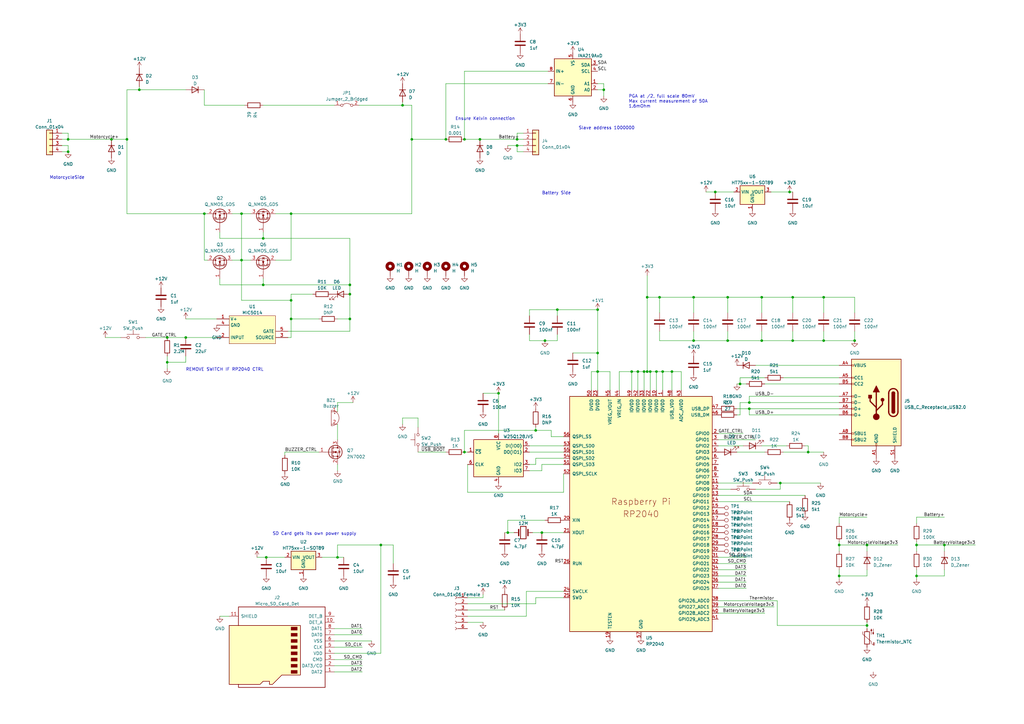
<source format=kicad_sch>
(kicad_sch (version 20220126) (generator eeschema)
  (paper "A3")
  (junction (at 331.47 185.42))
  (junction (at 312.42 121.92))
  (junction (at 323.85 78.74))
  (junction (at 143.51 120.65))
  (junction (at 109.22 228.6))
  (junction (at 119.38 130.81))
  (junction (at 99.06 87.63))
  (junction (at 219.71 176.53))
  (junction (at 223.52 139.7))
  (junction (at 52.07 57.15))
  (junction (at 182.88 57.15))
  (junction (at 387.35 223.52))
  (junction (at 270.51 121.92))
  (junction (at 375.92 236.22))
  (junction (at 298.45 139.7))
  (junction (at 344.17 236.22))
  (junction (at 208.28 218.44))
  (junction (at 320.04 198.12))
  (junction (at 196.85 57.15))
  (junction (at 261.62 152.4))
  (junction (at 312.42 139.7))
  (junction (at 119.38 123.19))
  (junction (at 190.5 185.42))
  (junction (at 293.37 78.74))
  (junction (at 68.58 138.43))
  (junction (at 265.43 121.92))
  (junction (at 350.52 139.7))
  (junction (at 325.12 121.92))
  (junction (at 212.09 59.69))
  (junction (at 119.38 87.63))
  (junction (at 245.11 127))
  (junction (at 143.51 116.84))
  (junction (at 168.91 57.15))
  (junction (at 138.43 228.6))
  (junction (at 284.48 121.92))
  (junction (at 245.11 144.78))
  (junction (at 156.21 223.52))
  (junction (at 269.24 152.4))
  (junction (at 222.25 218.44))
  (junction (at 337.82 121.92))
  (junction (at 99.06 106.68))
  (junction (at 355.6 256.54))
  (junction (at 27.94 57.15))
  (junction (at 264.16 152.4))
  (junction (at 355.6 223.52))
  (junction (at 45.72 57.15))
  (junction (at 83.82 87.63))
  (junction (at 76.2 138.43))
  (junction (at 325.12 139.7))
  (junction (at 57.15 36.83))
  (junction (at 344.17 223.52))
  (junction (at 212.09 57.15))
  (junction (at 204.47 161.29))
  (junction (at 165.1 43.18))
  (junction (at 245.11 152.4))
  (junction (at 337.82 139.7))
  (junction (at 190.5 57.15))
  (junction (at 107.95 116.84))
  (junction (at 307.34 167.64))
  (junction (at 275.59 152.4))
  (junction (at 27.94 62.23))
  (junction (at 284.48 139.7))
  (junction (at 228.6 127))
  (junction (at 259.08 152.4))
  (junction (at 247.65 36.83))
  (junction (at 375.92 223.52))
  (junction (at 143.51 130.81))
  (junction (at 266.7 152.4))
  (junction (at 265.43 152.4))
  (junction (at 68.58 148.59))
  (junction (at 303.53 157.48))
  (junction (at 107.95 97.79))
  (junction (at 298.45 121.92))
  (junction (at 307.34 165.1))
  (junction (at 271.78 152.4))
  (wire (pts (xy 132.08 228.6) (xy 138.43 228.6)))
  (wire (pts (xy 137.16 260.35) (xy 148.59 260.35)))
  (wire (pts (xy 191.77 201.93) (xy 191.77 190.5)))
  (wire (pts (xy 318.77 256.54) (xy 355.6 256.54)))
  (wire (pts (xy 245.11 36.83) (xy 247.65 36.83)))
  (wire (pts (xy 222.25 190.5) (xy 222.25 193.04)))
  (wire (pts (xy 303.53 154.94) (xy 303.53 157.48)))
  (wire (pts (xy 254 160.02) (xy 254 152.4)))
  (wire (pts (xy 242.57 152.4) (xy 242.57 160.02)))
  (wire (pts (xy 83.82 87.63) (xy 85.09 87.63)))
  (wire (pts (xy 208.28 213.36) (xy 208.28 218.44)))
  (wire (pts (xy 119.38 120.65) (xy 119.38 123.19)))
  (wire (pts (xy 294.64 251.46) (xy 313.69 251.46)))
  (wire (pts (xy 355.6 256.54) (xy 355.6 257.81)))
  (wire (pts (xy 137.16 273.05) (xy 148.59 273.05)))
  (wire (pts (xy 250.19 160.02) (xy 250.19 152.4)))
  (wire (pts (xy 208.28 213.36) (xy 223.52 213.36)))
  (wire (pts (xy 138.43 190.5) (xy 138.43 193.04)))
  (wire (pts (xy 323.85 78.74) (xy 325.12 78.74)))
  (wire (pts (xy 214.63 57.15) (xy 212.09 57.15)))
  (wire (pts (xy 302.26 167.64) (xy 307.34 167.64)))
  (wire (pts (xy 52.07 36.83) (xy 52.07 57.15)))
  (wire (pts (xy 303.53 157.48) (xy 306.07 157.48)))
  (wire (pts (xy 320.04 198.12) (xy 318.77 198.12)))
  (wire (pts (xy 217.17 129.54) (xy 217.17 127)))
  (wire (pts (xy 224.79 29.21) (xy 190.5 29.21)))
  (wire (pts (xy 325.12 139.7) (xy 312.42 139.7)))
  (wire (pts (xy 143.51 135.89) (xy 143.51 130.81)))
  (wire (pts (xy 156.21 223.52) (xy 161.29 223.52)))
  (wire (pts (xy 344.17 222.25) (xy 344.17 223.52)))
  (wire (pts (xy 212.09 59.69) (xy 208.28 59.69)))
  (wire (pts (xy 318.77 246.38) (xy 318.77 256.54)))
  (wire (pts (xy 137.16 257.81) (xy 148.59 257.81)))
  (wire (pts (xy 312.42 135.89) (xy 312.42 139.7)))
  (wire (pts (xy 138.43 165.1) (xy 144.78 165.1)))
  (wire (pts (xy 387.35 223.52) (xy 387.35 226.06)))
  (wire (pts (xy 259.08 152.4) (xy 259.08 160.02)))
  (wire (pts (xy 284.48 135.89) (xy 284.48 139.7)))
  (wire (pts (xy 231.14 201.93) (xy 191.77 201.93)))
  (wire (pts (xy 90.17 97.79) (xy 90.17 95.25)))
  (wire (pts (xy 85.09 106.68) (xy 83.82 106.68)))
  (wire (pts (xy 312.42 182.88) (xy 322.58 182.88)))
  (wire (pts (xy 27.94 54.61) (xy 27.94 57.15)))
  (wire (pts (xy 355.6 255.27) (xy 355.6 256.54)))
  (wire (pts (xy 234.95 144.78) (xy 245.11 144.78)))
  (wire (pts (xy 303.53 165.1) (xy 307.34 165.1)))
  (wire (pts (xy 191.77 247.65) (xy 219.71 247.65)))
  (wire (pts (xy 68.58 138.43) (xy 76.2 138.43)))
  (wire (pts (xy 247.65 36.83) (xy 247.65 34.29)))
  (wire (pts (xy 337.82 139.7) (xy 325.12 139.7)))
  (wire (pts (xy 375.92 223.52) (xy 375.92 226.06)))
  (wire (pts (xy 27.94 62.23) (xy 25.4 62.23)))
  (wire (pts (xy 298.45 121.92) (xy 312.42 121.92)))
  (wire (pts (xy 168.91 43.18) (xy 168.91 57.15)))
  (wire (pts (xy 219.71 245.11) (xy 231.14 245.11)))
  (wire (pts (xy 226.06 176.53) (xy 226.06 179.07)))
  (wire (pts (xy 302.26 157.48) (xy 303.53 157.48)))
  (wire (pts (xy 247.65 39.37) (xy 247.65 36.83)))
  (wire (pts (xy 344.17 233.68) (xy 344.17 236.22)))
  (wire (pts (xy 298.45 121.92) (xy 298.45 128.27)))
  (wire (pts (xy 312.42 139.7) (xy 298.45 139.7)))
  (wire (pts (xy 247.65 34.29) (xy 245.11 34.29)))
  (wire (pts (xy 204.47 161.29) (xy 198.12 161.29)))
  (wire (pts (xy 265.43 121.92) (xy 265.43 152.4)))
  (wire (pts (xy 336.55 198.12) (xy 320.04 198.12)))
  (wire (pts (xy 99.06 87.63) (xy 99.06 106.68)))
  (wire (pts (xy 137.16 262.89) (xy 152.4 262.89)))
  (wire (pts (xy 350.52 121.92) (xy 350.52 128.27)))
  (wire (pts (xy 294.64 180.34) (xy 309.88 180.34)))
  (wire (pts (xy 168.91 57.15) (xy 182.88 57.15)))
  (wire (pts (xy 191.77 255.27) (xy 198.12 255.27)))
  (wire (pts (xy 298.45 135.89) (xy 298.45 139.7)))
  (wire (pts (xy 59.69 138.43) (xy 68.58 138.43)))
  (wire (pts (xy 95.25 106.68) (xy 99.06 106.68)))
  (wire (pts (xy 27.94 59.69) (xy 27.94 62.23)))
  (wire (pts (xy 270.51 128.27) (xy 270.51 121.92)))
  (wire (pts (xy 325.12 121.92) (xy 337.82 121.92)))
  (wire (pts (xy 119.38 130.81) (xy 130.81 130.81)))
  (wire (pts (xy 298.45 139.7) (xy 284.48 139.7)))
  (wire (pts (xy 228.6 127) (xy 228.6 129.54)))
  (wire (pts (xy 375.92 222.25) (xy 375.92 223.52)))
  (wire (pts (xy 99.06 106.68) (xy 102.87 106.68)))
  (wire (pts (xy 83.82 106.68) (xy 83.82 87.63)))
  (wire (pts (xy 217.17 127) (xy 228.6 127)))
  (wire (pts (xy 250.19 152.4) (xy 245.11 152.4)))
  (wire (pts (xy 226.06 176.53) (xy 219.71 176.53)))
  (wire (pts (xy 143.51 120.65) (xy 143.51 116.84)))
  (wire (pts (xy 284.48 139.7) (xy 270.51 139.7)))
  (wire (pts (xy 375.92 223.52) (xy 387.35 223.52)))
  (wire (pts (xy 337.82 121.92) (xy 350.52 121.92)))
  (wire (pts (xy 308.61 198.12) (xy 294.64 198.12)))
  (wire (pts (xy 294.64 236.22) (xy 306.07 236.22)))
  (wire (pts (xy 344.17 162.56) (xy 307.34 162.56)))
  (wire (pts (xy 27.94 57.15) (xy 45.72 57.15)))
  (wire (pts (xy 387.35 233.68) (xy 387.35 236.22)))
  (wire (pts (xy 226.06 179.07) (xy 231.14 179.07)))
  (wire (pts (xy 90.17 116.84) (xy 107.95 116.84)))
  (wire (pts (xy 294.64 203.2) (xy 330.2 203.2)))
  (wire (pts (xy 143.51 97.79) (xy 143.51 116.84)))
  (wire (pts (xy 344.17 170.18) (xy 307.34 170.18)))
  (wire (pts (xy 271.78 152.4) (xy 271.78 160.02)))
  (wire (pts (xy 355.6 223.52) (xy 355.6 226.06)))
  (wire (pts (xy 344.17 223.52) (xy 344.17 226.06)))
  (wire (pts (xy 320.04 200.66) (xy 320.04 198.12)))
  (wire (pts (xy 119.38 138.43) (xy 118.11 138.43)))
  (wire (pts (xy 265.43 113.03) (xy 265.43 121.92)))
  (wire (pts (xy 302.26 185.42) (xy 313.69 185.42)))
  (wire (pts (xy 312.42 121.92) (xy 325.12 121.92)))
  (wire (pts (xy 254 152.4) (xy 259.08 152.4)))
  (wire (pts (xy 316.23 78.74) (xy 323.85 78.74)))
  (wire (pts (xy 265.43 152.4) (xy 266.7 152.4)))
  (wire (pts (xy 344.17 212.09) (xy 344.17 214.63)))
  (wire (pts (xy 204.47 161.29) (xy 204.47 177.8)))
  (wire (pts (xy 284.48 121.92) (xy 298.45 121.92)))
  (wire (pts (xy 138.43 173.99) (xy 138.43 180.34)))
  (wire (pts (xy 355.6 236.22) (xy 344.17 236.22)))
  (wire (pts (xy 264.16 152.4) (xy 264.16 160.02)))
  (wire (pts (xy 294.64 238.76) (xy 306.07 238.76)))
  (wire (pts (xy 107.95 97.79) (xy 143.51 97.79)))
  (wire (pts (xy 107.95 43.18) (xy 137.16 43.18)))
  (wire (pts (xy 113.03 87.63) (xy 119.38 87.63)))
  (wire (pts (xy 375.92 212.09) (xy 375.92 214.63)))
  (wire (pts (xy 76.2 146.05) (xy 76.2 148.59)))
  (wire (pts (xy 294.64 228.6) (xy 306.07 228.6)))
  (wire (pts (xy 168.91 87.63) (xy 168.91 57.15)))
  (wire (pts (xy 321.31 185.42) (xy 331.47 185.42)))
  (wire (pts (xy 214.63 59.69) (xy 212.09 59.69)))
  (wire (pts (xy 224.79 34.29) (xy 182.88 34.29)))
  (wire (pts (xy 355.6 233.68) (xy 355.6 236.22)))
  (wire (pts (xy 302.26 170.18) (xy 303.53 170.18)))
  (wire (pts (xy 325.12 121.92) (xy 325.12 128.27)))
  (wire (pts (xy 219.71 175.26) (xy 219.71 176.53)))
  (wire (pts (xy 147.32 43.18) (xy 165.1 43.18)))
  (wire (pts (xy 303.53 170.18) (xy 303.53 165.1)))
  (wire (pts (xy 109.22 228.6) (xy 116.84 228.6)))
  (wire (pts (xy 171.45 175.26) (xy 171.45 171.45)))
  (wire (pts (xy 264.16 152.4) (xy 265.43 152.4)))
  (wire (pts (xy 261.62 152.4) (xy 261.62 160.02)))
  (wire (pts (xy 171.45 185.42) (xy 182.88 185.42)))
  (wire (pts (xy 215.9 242.57) (xy 215.9 252.73)))
  (wire (pts (xy 190.5 57.15) (xy 196.85 57.15)))
  (wire (pts (xy 214.63 54.61) (xy 212.09 54.61)))
  (wire (pts (xy 215.9 252.73) (xy 191.77 252.73)))
  (wire (pts (xy 387.35 223.52) (xy 400.05 223.52)))
  (wire (pts (xy 312.42 121.92) (xy 312.42 128.27)))
  (wire (pts (xy 165.1 43.18) (xy 168.91 43.18)))
  (wire (pts (xy 137.16 270.51) (xy 148.59 270.51)))
  (wire (pts (xy 190.5 185.42) (xy 191.77 185.42)))
  (wire (pts (xy 138.43 165.1) (xy 138.43 168.91)))
  (wire (pts (xy 191.77 250.19) (xy 207.01 250.19)))
  (wire (pts (xy 57.15 35.56) (xy 57.15 36.83)))
  (wire (pts (xy 52.07 36.83) (xy 57.15 36.83)))
  (wire (pts (xy 137.16 275.59) (xy 148.59 275.59)))
  (wire (pts (xy 116.84 185.42) (xy 116.84 186.69)))
  (wire (pts (xy 95.25 87.63) (xy 99.06 87.63)))
  (wire (pts (xy 25.4 57.15) (xy 27.94 57.15)))
  (wire (pts (xy 119.38 106.68) (xy 119.38 87.63)))
  (wire (pts (xy 222.25 218.44) (xy 231.14 218.44)))
  (wire (pts (xy 119.38 123.19) (xy 119.38 130.81)))
  (wire (pts (xy 76.2 138.43) (xy 88.9 138.43)))
  (wire (pts (xy 25.4 59.69) (xy 27.94 59.69)))
  (wire (pts (xy 219.71 247.65) (xy 219.71 245.11)))
  (wire (pts (xy 113.03 106.68) (xy 119.38 106.68)))
  (wire (pts (xy 217.17 139.7) (xy 223.52 139.7)))
  (wire (pts (xy 245.11 127) (xy 245.11 144.78)))
  (wire (pts (xy 275.59 152.4) (xy 279.4 152.4)))
  (wire (pts (xy 294.64 177.8) (xy 304.8 177.8)))
  (wire (pts (xy 165.1 41.91) (xy 165.1 43.18)))
  (wire (pts (xy 138.43 223.52) (xy 156.21 223.52)))
  (wire (pts (xy 294.64 248.92) (xy 317.5 248.92)))
  (wire (pts (xy 293.37 78.74) (xy 300.99 78.74)))
  (wire (pts (xy 387.35 236.22) (xy 375.92 236.22)))
  (wire (pts (xy 83.82 43.18) (xy 83.82 36.83)))
  (wire (pts (xy 76.2 130.81) (xy 88.9 130.81)))
  (wire (pts (xy 137.16 265.43) (xy 148.59 265.43)))
  (wire (pts (xy 198.12 243.84) (xy 198.12 245.11)))
  (wire (pts (xy 116.84 185.42) (xy 130.81 185.42)))
  (wire (pts (xy 217.17 190.5) (xy 219.71 190.5)))
  (wire (pts (xy 90.17 116.84) (xy 90.17 114.3)))
  (wire (pts (xy 375.92 236.22) (xy 375.92 237.49)))
  (wire (pts (xy 119.38 130.81) (xy 119.38 138.43)))
  (wire (pts (xy 217.17 182.88) (xy 231.14 182.88)))
  (wire (pts (xy 344.17 149.86) (xy 309.88 149.86)))
  (wire (pts (xy 45.72 57.15) (xy 52.07 57.15)))
  (wire (pts (xy 165.1 171.45) (xy 165.1 173.99)))
  (wire (pts (xy 198.12 245.11) (xy 191.77 245.11)))
  (wire (pts (xy 212.09 59.69) (xy 212.09 62.23)))
  (wire (pts (xy 138.43 130.81) (xy 143.51 130.81)))
  (wire (pts (xy 294.64 205.74) (xy 323.85 205.74)))
  (wire (pts (xy 350.52 139.7) (xy 337.82 139.7)))
  (wire (pts (xy 269.24 152.4) (xy 269.24 160.02)))
  (wire (pts (xy 245.11 144.78) (xy 245.11 152.4)))
  (wire (pts (xy 344.17 154.94) (xy 321.31 154.94)))
  (wire (pts (xy 190.5 29.21) (xy 190.5 57.15)))
  (wire (pts (xy 245.11 152.4) (xy 245.11 160.02)))
  (wire (pts (xy 294.64 231.14) (xy 306.07 231.14)))
  (wire (pts (xy 161.29 231.14) (xy 161.29 223.52)))
  (wire (pts (xy 294.64 246.38) (xy 318.77 246.38)))
  (wire (pts (xy 355.6 223.52) (xy 368.3 223.52)))
  (wire (pts (xy 325.12 135.89) (xy 325.12 139.7)))
  (wire (pts (xy 171.45 171.45) (xy 165.1 171.45)))
  (wire (pts (xy 223.52 139.7) (xy 228.6 139.7)))
  (wire (pts (xy 68.58 146.05) (xy 68.58 148.59)))
  (wire (pts (xy 143.51 130.81) (xy 143.51 120.65)))
  (wire (pts (xy 137.16 267.97) (xy 156.21 267.97)))
  (wire (pts (xy 207.01 218.44) (xy 208.28 218.44)))
  (wire (pts (xy 219.71 176.53) (xy 190.5 176.53)))
  (wire (pts (xy 231.14 190.5) (xy 222.25 190.5)))
  (wire (pts (xy 294.64 182.88) (xy 304.8 182.88)))
  (wire (pts (xy 245.11 152.4) (xy 242.57 152.4)))
  (wire (pts (xy 259.08 152.4) (xy 261.62 152.4)))
  (wire (pts (xy 289.56 78.74) (xy 293.37 78.74)))
  (wire (pts (xy 156.21 223.52) (xy 156.21 267.97)))
  (wire (pts (xy 270.51 121.92) (xy 284.48 121.92)))
  (wire (pts (xy 43.18 138.43) (xy 49.53 138.43)))
  (wire (pts (xy 294.64 233.68) (xy 306.07 233.68)))
  (wire (pts (xy 68.58 148.59) (xy 68.58 151.13)))
  (wire (pts (xy 266.7 152.4) (xy 269.24 152.4)))
  (wire (pts (xy 190.5 176.53) (xy 190.5 185.42)))
  (wire (pts (xy 269.24 152.4) (xy 271.78 152.4)))
  (wire (pts (xy 275.59 152.4) (xy 275.59 160.02)))
  (wire (pts (xy 294.64 200.66) (xy 299.72 200.66)))
  (wire (pts (xy 219.71 187.96) (xy 231.14 187.96)))
  (wire (pts (xy 76.2 148.59) (xy 68.58 148.59)))
  (wire (pts (xy 375.92 212.09) (xy 387.35 212.09)))
  (wire (pts (xy 128.27 120.65) (xy 119.38 120.65)))
  (wire (pts (xy 52.07 57.15) (xy 52.07 87.63)))
  (wire (pts (xy 271.78 152.4) (xy 275.59 152.4)))
  (wire (pts (xy 208.28 218.44) (xy 210.82 218.44)))
  (wire (pts (xy 307.34 165.1) (xy 344.17 165.1)))
  (wire (pts (xy 99.06 87.63) (xy 102.87 87.63)))
  (wire (pts (xy 218.44 218.44) (xy 222.25 218.44)))
  (wire (pts (xy 330.2 182.88) (xy 331.47 182.88)))
  (wire (pts (xy 119.38 87.63) (xy 168.91 87.63)))
  (wire (pts (xy 99.06 106.68) (xy 99.06 123.19)))
  (wire (pts (xy 337.82 135.89) (xy 337.82 139.7)))
  (wire (pts (xy 284.48 121.92) (xy 284.48 128.27)))
  (wire (pts (xy 138.43 223.52) (xy 138.43 228.6)))
  (wire (pts (xy 350.52 135.89) (xy 350.52 139.7)))
  (wire (pts (xy 313.69 154.94) (xy 303.53 154.94)))
  (wire (pts (xy 107.95 114.3) (xy 107.95 116.84)))
  (wire (pts (xy 25.4 54.61) (xy 27.94 54.61)))
  (wire (pts (xy 228.6 139.7) (xy 228.6 137.16)))
  (wire (pts (xy 57.15 36.83) (xy 76.2 36.83)))
  (wire (pts (xy 83.82 43.18) (xy 100.33 43.18)))
  (wire (pts (xy 279.4 152.4) (xy 279.4 160.02)))
  (wire (pts (xy 52.07 87.63) (xy 83.82 87.63)))
  (wire (pts (xy 90.17 252.73) (xy 93.98 252.73)))
  (wire (pts (xy 228.6 127) (xy 245.11 127)))
  (wire (pts (xy 222.25 193.04) (xy 217.17 193.04)))
  (wire (pts (xy 313.69 157.48) (xy 344.17 157.48)))
  (wire (pts (xy 217.17 185.42) (xy 231.14 185.42)))
  (wire (pts (xy 307.34 162.56) (xy 307.34 165.1)))
  (wire (pts (xy 196.85 57.15) (xy 212.09 57.15)))
  (wire (pts (xy 344.17 236.22) (xy 344.17 237.49)))
  (wire (pts (xy 219.71 190.5) (xy 219.71 187.96)))
  (wire (pts (xy 265.43 121.92) (xy 270.51 121.92)))
  (wire (pts (xy 182.88 34.29) (xy 182.88 57.15)))
  (wire (pts (xy 375.92 233.68) (xy 375.92 236.22)))
  (wire (pts (xy 307.34 167.64) (xy 344.17 167.64)))
  (wire (pts (xy 307.34 170.18) (xy 307.34 167.64)))
  (wire (pts (xy 309.88 200.66) (xy 320.04 200.66)))
  (wire (pts (xy 344.17 223.52) (xy 355.6 223.52)))
  (wire (pts (xy 90.17 97.79) (xy 107.95 97.79)))
  (wire (pts (xy 105.41 228.6) (xy 109.22 228.6)))
  (wire (pts (xy 266.7 152.4) (xy 266.7 160.02)))
  (wire (pts (xy 270.51 139.7) (xy 270.51 135.89)))
  (wire (pts (xy 212.09 54.61) (xy 212.09 57.15)))
  (wire (pts (xy 215.9 242.57) (xy 231.14 242.57)))
  (wire (pts (xy 99.06 123.19) (xy 119.38 123.19)))
  (wire (pts (xy 138.43 228.6) (xy 140.97 228.6)))
  (wire (pts (xy 294.64 241.3) (xy 306.07 241.3)))
  (wire (pts (xy 344.17 212.09) (xy 355.6 212.09)))
  (wire (pts (xy 217.17 137.16) (xy 217.17 139.7)))
  (wire (pts (xy 231.14 194.31) (xy 231.14 201.93)))
  (wire (pts (xy 261.62 152.4) (xy 264.16 152.4)))
  (wire (pts (xy 212.09 62.23) (xy 214.63 62.23)))
  (wire (pts (xy 331.47 182.88) (xy 331.47 185.42)))
  (wire (pts (xy 118.11 135.89) (xy 143.51 135.89)))
  (wire (pts (xy 331.47 185.42) (xy 337.82 185.42)))
  (wire (pts (xy 143.51 116.84) (xy 107.95 116.84)))
  (wire (pts (xy 107.95 95.25) (xy 107.95 97.79)))
  (wire (pts (xy 337.82 121.92) (xy 337.82 128.27)))
  (text "PGA at /2, full scale 80mV\nMax current measurement of 50A\n1.6mOhm" (at 257.81 44.45 0) (effects (font (size 1.27 1.27)) (justify left bottom)))
  (text "SD Card gets its own power supply" (at 111.76 219.71 0) (effects (font (size 1.27 1.27)) (justify left bottom)))
  (text "Slave address 1000000" (at 260.35 53.34 0) (effects (font (size 1.27 1.27)) (justify right bottom)))
  (text "MotorcycleSide\n" (at 20.32 73.66 0) (effects (font (size 1.27 1.27)) (justify left bottom)))
  (text "Ensure Kelvin connection\n" (at 186.69 49.53 0) (effects (font (size 1.27 1.27)) (justify left bottom)))
  (text "REMOVE SWITCH IF RP2040 CTRL\n" (at 76.2 152.4 0) (effects (font (size 1.27 1.27)) (justify left bottom)))
  (text "Battery Side\n" (at 222.25 80.01 0) (effects (font (size 1.27 1.27)) (justify left bottom)))
  (label "DAT2" (at 306.07 236.22 0))
  (label "MotorcycleVoltage3v3" (at 317.5 248.92 0))
  (label "GATE_CTRL" (at 62.23 138.43 0))
  (label "BUZZER_CTRL" (at 309.88 180.34 0))
  (label "Battery+" (at 204.47 57.15 0))
  (label "Motorcycle+" (at 344.17 212.09 0))
  (label "SD_CLK" (at 148.59 265.43 0))
  (label "DAT2" (at 148.59 275.59 0))
  (label "SCL" (at 245.11 29.21 0))
  (label "MotorcycleVoltage3v3" (at 368.3 223.52 0))
  (label "RST" (at 231.14 231.14 0))
  (label "SD_CMD" (at 306.07 231.14 0))
  (label "BatteryVoltage3v3" (at 313.69 251.46 0))
  (label "SDA" (at 308.61 203.2 0))
  (label "RST" (at 204.47 250.19 0))
  (label "USB_D-" (at 317.5 162.56 0))
  (label "DAT3" (at 306.07 233.68 0))
  (label "BatteryVoltage3v3" (at 400.05 223.52 0))
  (label "SDA" (at 245.11 26.67 0))
  (label "DAT3" (at 148.59 273.05 0))
  (label "~{USB_BOOT}" (at 172.72 185.42 0))
  (label "GATE_CTRL" (at 304.8 177.8 0))
  (label "SCL" (at 308.61 205.74 0))
  (label "DAT0" (at 306.07 241.3 0))
  (label "BUZZER_CTRL" (at 116.84 185.42 0))
  (label "SD_CMD" (at 148.59 270.51 0))
  (label "Battery+" (at 387.35 212.09 0))
  (label "Motorcycle+" (at 36.83 57.15 0))
  (label "DAT1" (at 148.59 257.81 0))
  (label "DAT0" (at 148.59 260.35 0))
  (label "Thermistor" (at 317.5 246.38 0))
  (label "SD_CLK" (at 306.07 228.6 0))
  (label "DAT1" (at 306.07 238.76 0))
  (label "USB_D+" (at 317.5 170.18 0))
  (symbol (lib_id "power:+3V3") (at 213.36 13.97 0) (unit 1)
    (property "Reference" "#PWR030" (effects hide))
    (property "Value" "+3V3" (at 213.36 10.16 0))
  )
  (symbol (lib_id "power:+3V3") (at 234.95 21.59 0) (unit 1)
    (property "Reference" "#PWR035" (effects hide))
    (property "Value" "+3V3" (at 234.95 17.78 0))
  )
  (symbol (lib_id "power:GND") (at 375.92 237.49 0) (unit 1)
    (property "Reference" "#PWR063" (effects hide))
    (property "Value" "GND" (at 375.92 242.57 0))
  )
  (symbol (lib_id "Mechanical:MountingHole_Pad") (at 190.5 110.49 0) (unit 1)
    (property "Reference" "H5" (at 193.04 108.585 0) (effects (justify left)))
    (property "Value" "H" (at 193.04 111.125 0) (effects (justify left)))
    (property "Footprint" "MountingHole:MountingHole_3.2mm_M3_DIN965_Pad" (effects hide))
  )
  (symbol (lib_id "MCU_RaspberryPi_and_Boards:RP2040") (at 262.89 210.82 0) (unit 1)
    (property "Reference" "U5" (at 264.8459 261.62 0) (effects (justify left)))
    (property "Value" "RP2040" (at 264.8459 264.16 0) (effects (justify left)))
    (property "Footprint" "MCU_RaspberryPi_and_Boards:RP2040-QFN-56" (effects hide))
    (property "LCSC" "C2040" (effects hide))
    (property "LCSC Part" "C2040" (effects hide))
  )
  (symbol (lib_id "power:+12V") (at 57.15 27.94 0) (unit 1)
    (property "Reference" "#PWR04" (effects hide))
    (property "Value" "+12V" (at 57.15 24.13 0))
  )
  (symbol (lib_id "Device:LED") (at 308.61 182.88 180) (unit 1)
    (property "Reference" "D11" (at 310.1975 176.53 0))
    (property "Value" "LED" (at 310.1975 179.07 0))
    (property "Footprint" "LED_SMD:LED_0603_1608Metric" (effects hide))
    (property "LCSC" "C2286" (effects hide))
    (property "LCSC Part" "C2286" (effects hide))
  )
  (symbol (lib_id "Device:R") (at 309.88 157.48 90) (unit 1)
    (property "Reference" "R20" (at 309.88 152.4 90))
    (property "Value" "5k1" (at 309.88 154.94 90))
    (property "Footprint" "Resistor_SMD:R_0603_1608Metric" (effects hide))
    (property "LCSC" "C23186" (effects hide))
    (property "LCSC Part" "C23186" (effects hide))
  )
  (symbol (lib_id "Device:C") (at 350.52 132.08 0) (unit 1)
    (property "Reference" "C22" (at 354.33 131.445 0) (effects (justify left)))
    (property "Value" "100nf" (at 354.33 133.985 0) (effects (justify left)))
    (property "Footprint" "Capacitor_SMD:C_0603_1608Metric" (effects hide))
    (property "LCSC" "C14663" (effects hide))
    (property "LCSC Part" "C14663" (effects hide))
  )
  (symbol (lib_id "Device:Q_NMOS_GDS") (at 90.17 90.17 90) (unit 1)
    (property "Reference" "Q2" (at 90.17 81.28 90))
    (property "Value" "Q_NMOS_GDS" (at 90.17 83.82 90))
    (property "Footprint" "Package_TO_SOT_SMD:TO-252-2" (effects hide))
    (property "LCSC" "C127863" (effects hide))
    (property "LCSC Part" "C127863" (effects hide))
  )
  (symbol (lib_id "Device:R") (at 326.39 182.88 90) (unit 1)
    (property "Reference" "R24" (at 326.39 177.8 90))
    (property "Value" "1K" (at 326.39 180.34 90))
    (property "Footprint" "Resistor_SMD:R_0603_1608Metric" (effects hide))
    (property "LCSC" "C21190" (effects hide))
    (property "LCSC Part" "C21190" (effects hide))
  )
  (symbol (lib_id "Mechanical:MountingHole_Pad") (at 160.02 110.49 0) (unit 1)
    (property "Reference" "H1" (at 162.56 108.585 0) (effects (justify left)))
    (property "Value" "H" (at 162.56 111.125 0) (effects (justify left)))
    (property "Footprint" "MountingHole:MountingHole_3.2mm_M3_DIN965_Pad" (effects hide))
  )
  (symbol (lib_id "power:GND") (at 308.61 86.36 0) (unit 1)
    (property "Reference" "#PWR049" (effects hide))
    (property "Value" "GND" (at 308.61 91.44 0))
  )
  (symbol (lib_id "Device:D") (at 45.72 60.96 270) (unit 1)
    (property "Reference" "D1" (at 48.26 60.325 90) (effects (justify left)))
    (property "Value" "D" (at 48.26 62.865 90) (effects (justify left)))
    (property "Footprint" "Diode_SMD:D_SMA" (effects hide))
    (property "LCSC" "C22452" (effects hide))
    (property "LCSC Part" "C22452" (effects hide))
  )
  (symbol (lib_id "power:GND") (at 190.5 113.03 0) (unit 1)
    (property "Reference" "#PWR050" (effects hide))
    (property "Value" "GND" (at 190.5 118.11 0))
  )
  (symbol (lib_id "power:+3V3") (at 265.43 113.03 0) (unit 1)
    (property "Reference" "#PWR042" (effects hide))
    (property "Value" "+3V3" (at 265.43 109.22 0))
  )
  (symbol (lib_id "power:GND") (at 198.12 168.91 0) (unit 1)
    (property "Reference" "#PWR022" (effects hide))
    (property "Value" "GND" (at 198.12 173.99 0))
  )
  (symbol (lib_id "Device:D_Zener") (at 355.6 229.87 270) (unit 1)
    (property "Reference" "D12" (at 358.14 229.235 90) (effects (justify left)))
    (property "Value" "D_Zener" (at 358.14 231.775 90) (effects (justify left)))
    (property "Footprint" "Diode_SMD:D_MiniMELF" (effects hide))
    (property "LCSC" "C8056" (effects hide))
    (property "LCSC Part" "C8056" (effects hide))
  )
  (symbol (lib_id "power:GND") (at 234.95 152.4 0) (unit 1)
    (property "Reference" "#PWR037" (effects hide))
    (property "Value" "GND" (at 234.95 157.48 0))
  )
  (symbol (lib_id "Connector:TestPoint") (at 294.64 213.36 270) (unit 1)
    (property "Reference" "TP3" (at 299.72 212.725 90) (effects (justify left)))
    (property "Value" "TestPoint" (at 299.72 215.265 90) (effects (justify left)))
    (property "Footprint" "TestPoint:TestPoint_Pad_D1.0mm" (effects hide))
  )
  (symbol (lib_id "power:+12V") (at 165.1 34.29 0) (unit 1)
    (property "Reference" "#PWR019" (effects hide))
    (property "Value" "+12V" (at 165.1 30.48 0))
  )
  (symbol (lib_id "Device:R") (at 68.58 142.24 0) (unit 1)
    (property "Reference" "R1" (at 71.12 141.605 0) (effects (justify left)))
    (property "Value" "2.2M" (at 71.12 144.145 0) (effects (justify left)))
    (property "Footprint" "Resistor_SMD:R_0603_1608Metric" (effects hide))
    (property "LCSC" "C22938" (effects hide))
    (property "LCSC Part" "C22938" (effects hide))
  )
  (symbol (lib_id "Device:R") (at 317.5 154.94 90) (unit 1)
    (property "Reference" "R21" (at 317.5 149.86 90))
    (property "Value" "5k1" (at 317.5 152.4 90))
    (property "Footprint" "Resistor_SMD:R_0603_1608Metric" (effects hide))
    (property "LCSC" "C23186" (effects hide))
    (property "LCSC Part" "C23186" (effects hide))
  )
  (symbol (lib_id "Device:Q_NMOS_GDS") (at 107.95 90.17 270) (mirror x) (unit 1)
    (property "Reference" "Q5" (at 107.95 81.28 90))
    (property "Value" "Q_NMOS_GDS" (at 107.95 83.82 90))
    (property "Footprint" "Package_TO_SOT_SMD:TO-252-2" (effects hide))
    (property "LCSC" "C127863" (effects hide))
    (property "LCSC Part" "C127863" (effects hide))
  )
  (symbol (lib_id "power:GND") (at 208.28 59.69 0) (unit 1)
    (property "Reference" "#PWR029" (effects hide))
    (property "Value" "GND" (at 208.28 64.77 0))
  )
  (symbol (lib_id "power:GND") (at 124.46 236.22 0) (unit 1)
    (property "Reference" "#PWR014" (effects hide))
    (property "Value" "GND" (at 124.46 241.3 0))
  )
  (symbol (lib_id "Switch:SW_Push") (at 171.45 180.34 90) (unit 1)
    (property "Reference" "SW2" (at 172.72 179.705 90) (effects (justify right)))
    (property "Value" "SW_Push" (at 172.72 182.245 90) (effects (justify right)))
    (property "Footprint" "Button_Switch_SMD:SW_SPST_TL3342" (effects hide))
    (property "LCSC" "C318884" (effects hide))
    (property "LCSC Part" "C318884" (effects hide))
  )
  (symbol (lib_id "power:+12V") (at 302.26 149.86 0) (unit 1)
    (property "Reference" "#PWR047" (effects hide))
    (property "Value" "+12V" (at 302.26 146.05 0))
  )
  (symbol (lib_id "power:GND") (at 90.17 252.73 0) (unit 1)
    (property "Reference" "#PWR010" (effects hide))
    (property "Value" "GND" (at 90.17 257.81 0))
  )
  (symbol (lib_id "power:+3V3") (at 355.6 247.65 0) (unit 1)
    (property "Reference" "#PWR061" (effects hide))
    (property "Value" "+3V3" (at 355.6 243.84 0))
  )
  (symbol (lib_id "Device:R") (at 317.5 185.42 90) (unit 1)
    (property "Reference" "R22" (at 317.5 180.34 90))
    (property "Value" "1K" (at 317.5 182.88 90))
    (property "Footprint" "Resistor_SMD:R_0603_1608Metric" (effects hide))
    (property "LCSC" "C21190" (effects hide))
    (property "LCSC Part" "C21190" (effects hide))
  )
  (symbol (lib_id "MIC5014:MIC5014") (at 104.14 140.97 0) (unit 1)
    (property "Reference" "U1" (at 103.505 125.73 0))
    (property "Value" "MIC5014" (at 103.505 128.27 0))
    (property "Footprint" "Package_SO:SOP-8_3.76x4.96mm_P1.27mm" (effects hide))
    (property "LCSC" "C219121" (effects hide))
    (property "LCSC Part" "C219121" (effects hide))
  )
  (symbol (lib_id "Connector:TestPoint") (at 294.64 210.82 270) (unit 1)
    (property "Reference" "TP2" (at 299.72 210.185 90) (effects (justify left)))
    (property "Value" "TestPoint" (at 299.72 212.725 90) (effects (justify left)))
    (property "Footprint" "TestPoint:TestPoint_Pad_D1.0mm" (effects hide))
  )
  (symbol (lib_id "power:GND") (at 302.26 157.48 0) (unit 1)
    (property "Reference" "#PWR048" (effects hide))
    (property "Value" "GND" (at 302.26 162.56 0))
  )
  (symbol (lib_id "power:+12V") (at 144.78 165.1 0) (unit 1)
    (property "Reference" "#PWR0101" (effects hide))
    (property "Value" "+12V" (at 144.78 161.29 0))
  )
  (symbol (lib_id "Device:R") (at 298.45 167.64 90) (unit 1)
    (property "Reference" "R18" (at 298.45 162.56 90))
    (property "Value" "27" (at 298.45 165.1 90))
    (property "Footprint" "Resistor_SMD:R_0603_1608Metric" (effects hide))
    (property "LCSC" "C25190" (effects hide))
    (property "LCSC Part" "C25190" (effects hide))
  )
  (symbol (lib_id "Connector_Generic:Conn_01x04") (at 20.32 57.15 0) (mirror y) (unit 1)
    (property "Reference" "J1" (at 20.32 49.53 0))
    (property "Value" "Conn_01x04" (at 20.32 52.07 0))
    (property "Footprint" "AndersonPowerPole:APP_2x2" (effects hide))
  )
  (symbol (lib_id "Device:Buzzer") (at 135.89 171.45 0) (mirror y) (unit 1)
    (property "Reference" "BZ1" (at 135.763 164.1918 0))
    (property "Value" "Buzzer" (at 135.763 166.4905 0))
    (property "Footprint" "Buzzer_Beeper:MagneticBuzzer_ProSignal_ABT-410-RC" (effects hide))
    (property "LCSCNotJLC" "C530340" (effects hide))
  )
  (symbol (lib_id "power:GND") (at 223.52 139.7 0) (unit 1)
    (property "Reference" "#PWR034" (effects hide))
    (property "Value" "GND" (at 223.52 144.78 0))
  )
  (symbol (lib_id "Regulator_Linear:HT75xx-1-SOT89") (at 124.46 231.14 0) (unit 1)
    (property "Reference" "U2" (at 124.46 222.25 0))
    (property "Value" "HT75xx-1-SOT89" (at 124.46 224.79 0))
    (property "Footprint" "Package_TO_SOT_SMD:SOT-89-3" (effects hide))
    (property "Datasheet" "https://www.holtek.com/documents/10179/116711/HT75xx-1v250.pdf" (effects hide))
    (property "LCSC" "C14289" (effects hide))
    (property "LCSC Part" "C14289" (effects hide))
  )
  (symbol (lib_id "power:GND") (at 247.65 39.37 0) (unit 1)
    (property "Reference" "#PWR039" (effects hide))
    (property "Value" "GND" (at 247.65 44.45 0))
  )
  (symbol (lib_id "Device:C") (at 234.95 148.59 0) (unit 1)
    (property "Reference" "C12" (at 238.76 147.955 0) (effects (justify left)))
    (property "Value" "1uf" (at 238.76 150.495 0) (effects (justify left)))
    (property "Footprint" "Capacitor_SMD:C_0603_1608Metric" (effects hide))
    (property "LCSC" "C15849" (effects hide))
    (property "LCSC Part" "C15849" (effects hide))
  )
  (symbol (lib_id "power:GND") (at 262.89 261.62 0) (unit 1)
    (property "Reference" "#PWR041" (effects hide))
    (property "Value" "GND" (at 262.89 266.7 0))
  )
  (symbol (lib_id "Device:Thermistor_NTC") (at 355.6 261.62 180) (unit 1)
    (property "Reference" "TH1" (at 359.41 260.6675 0) (effects (justify right)))
    (property "Value" "Thermistor_NTC" (at 359.41 263.2075 0) (effects (justify right)))
    (property "Footprint" "Connector_PinHeader_2.54mm:PinHeader_1x02_P2.54mm_Horizontal" (effects hide))
  )
  (symbol (lib_id "Device:C") (at 293.37 82.55 0) (unit 1)
    (property "Reference" "C16" (at 297.18 81.915 0) (effects (justify left)))
    (property "Value" "10uf" (at 297.18 84.455 0) (effects (justify left)))
    (property "Footprint" "Capacitor_SMD:C_0603_1608Metric" (effects hide))
    (property "LCSC" "C96446" (effects hide))
    (property "LCSC Part" "C96446" (effects hide))
  )
  (symbol (lib_id "power:GND") (at 66.04 125.73 0) (unit 1)
    (property "Reference" "#PWR06" (effects hide))
    (property "Value" "GND" (at 66.04 130.81 0))
  )
  (symbol (lib_id "Switch:SW_Push") (at 313.69 198.12 0) (unit 1)
    (property "Reference" "SW4" (at 313.69 191.77 0))
    (property "Value" "SW_Push" (at 313.69 194.31 0))
    (property "Footprint" "Button_Switch_SMD:SW_SPST_TL3342" (effects hide))
    (property "LCSC" "C318884" (effects hide))
    (property "LCSC Part" "C318884" (effects hide))
  )
  (symbol (lib_id "Mechanical:MountingHole_Pad") (at 175.26 110.49 0) (unit 1)
    (property "Reference" "H3" (at 177.8 108.585 0) (effects (justify left)))
    (property "Value" "H" (at 177.8 111.125 0) (effects (justify left)))
    (property "Footprint" "MountingHole:MountingHole_3.2mm_M3_DIN965_Pad" (effects hide))
  )
  (symbol (lib_id "Device:C") (at 228.6 133.35 0) (unit 1)
    (property "Reference" "C11" (at 232.41 132.715 0) (effects (justify left)))
    (property "Value" "100nf" (at 232.41 135.255 0) (effects (justify left)))
    (property "Footprint" "Capacitor_SMD:C_0603_1608Metric" (effects hide))
    (property "LCSC" "C14663" (effects hide))
    (property "LCSC Part" "C14663" (effects hide))
  )
  (symbol (lib_id "power:GND") (at 367.03 187.96 0) (unit 1)
    (property "Reference" "#PWR058" (effects hide))
    (property "Value" "GND" (at 367.03 193.04 0))
  )
  (symbol (lib_id "Device:R") (at 207.01 246.38 180) (unit 1)
    (property "Reference" "R15" (at 209.55 245.745 0) (effects (justify right)))
    (property "Value" "10K" (at 209.55 248.285 0) (effects (justify right)))
    (property "Footprint" "Resistor_SMD:R_0603_1608Metric" (effects hide))
    (property "LCSC" "C25804" (effects hide))
    (property "LCSC Part" "C25804" (effects hide))
  )
  (symbol (lib_id "power:GND") (at 152.4 262.89 0) (unit 1)
    (property "Reference" "#PWR017" (effects hide))
    (property "Value" "GND" (at 152.4 267.97 0))
  )
  (symbol (lib_id "power:GND") (at 344.17 237.49 0) (unit 1)
    (property "Reference" "#PWR059" (effects hide))
    (property "Value" "GND" (at 344.17 242.57 0))
  )
  (symbol (lib_id "Transistor_FET:2N7002") (at 135.89 185.42 0) (unit 1)
    (property "Reference" "Q7" (at 142.24 184.785 0) (effects (justify left)))
    (property "Value" "2N7002" (at 142.24 187.325 0) (effects (justify left)))
    (property "Footprint" "Package_TO_SOT_SMD:SOT-23" (effects hide))
    (property "Datasheet" "https://www.onsemi.com/pub/Collateral/NDS7002A-D.PDF" (effects hide))
    (property "LCSC" "C8545" (effects hide))
    (property "LCSC Part" "C8545" (effects hide))
  )
  (symbol (lib_id "power:GND") (at 284.48 153.67 0) (unit 1)
    (property "Reference" "#PWR044" (effects hide))
    (property "Value" "GND" (at 284.48 158.75 0))
  )
  (symbol (lib_id "Device:C") (at 109.22 232.41 0) (unit 1)
    (property "Reference" "C3" (at 113.03 231.775 0) (effects (justify left)))
    (property "Value" "10uf" (at 113.03 234.315 0) (effects (justify left)))
    (property "Footprint" "Capacitor_SMD:C_0603_1608Metric" (effects hide))
    (property "LCSC" "C96446" (effects hide))
    (property "LCSC Part" "C96446" (effects hide))
  )
  (symbol (lib_id "power:GND") (at 204.47 198.12 0) (unit 1)
    (property "Reference" "#PWR026" (effects hide))
    (property "Value" "GND" (at 204.47 203.2 0))
  )
  (symbol (lib_id "Device:C") (at 222.25 222.25 0) (unit 1)
    (property "Reference" "C10" (at 226.06 221.615 0) (effects (justify left)))
    (property "Value" "4.7pF" (at 226.06 224.155 0) (effects (justify left)))
    (property "Footprint" "Capacitor_SMD:C_0603_1608Metric" (effects hide))
    (property "LCSC" "C1669" (effects hide))
    (property "LCSC Part" "C1669" (effects hide))
  )
  (symbol (lib_id "power:GND") (at 45.72 64.77 0) (unit 1)
    (property "Reference" "#PWR03" (effects hide))
    (property "Value" "GND" (at 45.72 69.85 0))
  )
  (symbol (lib_id "Device:R") (at 323.85 209.55 180) (unit 1)
    (property "Reference" "R23" (at 326.39 208.915 0) (effects (justify right)))
    (property "Value" "5k1" (at 326.39 211.455 0) (effects (justify right)))
    (property "Footprint" "Resistor_SMD:R_0603_1608Metric" (effects hide))
    (property "LCSC" "C23186" (effects hide))
    (property "LCSC Part" "C23186" (effects hide))
  )
  (symbol (lib_id "Device:R") (at 355.6 251.46 180) (unit 1)
    (property "Reference" "R28" (at 358.14 250.825 0) (effects (justify right)))
    (property "Value" "10K" (at 358.14 253.365 0) (effects (justify right)))
    (property "Footprint" "Resistor_SMD:R_0603_1608Metric" (effects hide))
    (property "LCSC" "C25804" (effects hide))
    (property "LCSC Part" "C25804" (effects hide))
  )
  (symbol (lib_id "power:+3V3") (at 198.12 243.84 0) (unit 1)
    (property "Reference" "#PWR023" (effects hide))
    (property "Value" "+3V3" (at 198.12 240.03 0))
  )
  (symbol (lib_id "Device:C") (at 312.42 132.08 0) (unit 1)
    (property "Reference" "C18" (at 316.23 131.445 0) (effects (justify left)))
    (property "Value" "100nf" (at 316.23 133.985 0) (effects (justify left)))
    (property "Footprint" "Capacitor_SMD:C_0603_1608Metric" (effects hide))
    (property "LCSC" "C14663" (effects hide))
    (property "LCSC Part" "C14663" (effects hide))
  )
  (symbol (lib_id "Device:C") (at 284.48 132.08 0) (unit 1)
    (property "Reference" "C14" (at 288.29 131.445 0) (effects (justify left)))
    (property "Value" "100nf" (at 288.29 133.985 0) (effects (justify left)))
    (property "Footprint" "Capacitor_SMD:C_0603_1608Metric" (effects hide))
    (property "LCSC" "C14663" (effects hide))
    (property "LCSC Part" "C14663" (effects hide))
  )
  (symbol (lib_id "power:GND") (at 213.36 21.59 0) (unit 1)
    (property "Reference" "#PWR031" (effects hide))
    (property "Value" "GND" (at 213.36 26.67 0))
  )
  (symbol (lib_id "power:+3V3") (at 284.48 146.05 0) (unit 1)
    (property "Reference" "#PWR043" (effects hide))
    (property "Value" "+3V3" (at 284.48 142.24 0))
  )
  (symbol (lib_id "power:GND") (at 207.01 226.06 0) (unit 1)
    (property "Reference" "#PWR027" (effects hide))
    (property "Value" "GND" (at 207.01 231.14 0))
  )
  (symbol (lib_id "power:GND") (at 116.84 194.31 0) (unit 1)
    (property "Reference" "#PWR013" (effects hide))
    (property "Value" "GND" (at 116.9543 198.6344 0))
  )
  (symbol (lib_id "Device:R") (at 104.14 43.18 270) (unit 1)
    (property "Reference" "R4" (at 104.775 45.72 0) (effects (justify left)))
    (property "Value" "39" (at 102.235 45.72 0) (effects (justify left)))
    (property "Footprint" "R2030:R2030" (effects hide))
    (property "LCSC" "C175617" (effects hide))
    (property "LCSC Part" "C175617" (effects hide))
  )
  (symbol (lib_id "Device:D") (at 57.15 31.75 270) (unit 1)
    (property "Reference" "D2" (at 59.69 31.115 90) (effects (justify left)))
    (property "Value" "D" (at 59.69 33.655 90) (effects (justify left)))
    (property "Footprint" "Diode_SMD:D_SMA" (effects hide))
    (property "LCSC" "C22452" (effects hide))
    (property "LCSC Part" "C22452" (effects hide))
  )
  (symbol (lib_id "power:GND") (at 222.25 226.06 0) (unit 1)
    (property "Reference" "#PWR033" (effects hide))
    (property "Value" "GND" (at 222.25 231.14 0))
  )
  (symbol (lib_id "Device:C") (at 66.04 121.92 0) (unit 1)
    (property "Reference" "C1" (at 69.85 121.285 0) (effects (justify left)))
    (property "Value" "1uf" (at 69.85 123.825 0) (effects (justify left)))
    (property "Footprint" "Capacitor_SMD:C_0603_1608Metric" (effects hide))
    (property "LCSC" "C15849" (effects hide))
    (property "LCSC Part" "C15849" (effects hide))
  )
  (symbol (lib_id "Connector:TestPoint") (at 294.64 215.9 270) (unit 1)
    (property "Reference" "TP4" (at 299.72 215.265 90) (effects (justify left)))
    (property "Value" "TestPoint" (at 299.72 217.805 90) (effects (justify left)))
    (property "Footprint" "TestPoint:TestPoint_Pad_D1.0mm" (effects hide))
  )
  (symbol (lib_id "power:+1V1") (at 245.11 127 0) (unit 1)
    (property "Reference" "#PWR038" (effects hide))
    (property "Value" "+1V1" (at 245.11 123.19 0))
  )
  (symbol (lib_id "power:GND") (at 161.29 238.76 0) (unit 1)
    (property "Reference" "#PWR018" (effects hide))
    (property "Value" "GND" (at 161.29 243.84 0))
  )
  (symbol (lib_id "Device:R") (at 344.17 229.87 0) (mirror y) (unit 1)
    (property "Reference" "R27" (at 346.71 229.235 0) (effects (justify right)))
    (property "Value" "10K" (at 346.71 231.775 0) (effects (justify right)))
    (property "Footprint" "Resistor_SMD:R_0603_1608Metric" (effects hide))
    (property "LCSC" "C25804" (effects hide))
    (property "LCSC Part" "C25804" (effects hide))
  )
  (symbol (lib_id "power:GND") (at 336.55 198.12 0) (unit 1)
    (property "Reference" "#PWR051" (effects hide))
    (property "Value" "GND" (at 336.55 203.2 0))
  )
  (symbol (lib_id "Device:R") (at 186.69 185.42 90) (unit 1)
    (property "Reference" "R13" (at 186.69 180.34 90))
    (property "Value" "1K" (at 186.69 182.88 90))
    (property "Footprint" "Resistor_SMD:R_0603_1608Metric" (effects hide))
    (property "LCSC" "C21190" (effects hide))
    (property "LCSC Part" "C21190" (effects hide))
  )
  (symbol (lib_id "power:GND") (at 337.82 185.42 0) (unit 1)
    (property "Reference" "#PWR0102" (effects hide))
    (property "Value" "GND" (at 337.82 190.5 0))
  )
  (symbol (lib_id "power:GND") (at 325.12 86.36 0) (unit 1)
    (property "Reference" "#PWR054" (effects hide))
    (property "Value" "GND" (at 325.12 91.44 0))
  )
  (symbol (lib_id "Device:R") (at 219.71 171.45 0) (unit 1)
    (property "Reference" "R16" (at 222.25 170.815 0) (effects (justify left)))
    (property "Value" "DNP" (at 222.25 173.355 0) (effects (justify left)))
    (property "Footprint" "Resistor_SMD:R_0603_1608Metric" (effects hide))
  )
  (symbol (lib_id "Device:Q_NMOS_GDS") (at 107.95 109.22 270) (mirror x) (unit 1)
    (property "Reference" "Q6" (at 107.95 100.33 90))
    (property "Value" "Q_NMOS_GDS" (at 107.95 102.87 90))
    (property "Footprint" "Package_TO_SOT_SMD:TO-252-2" (effects hide))
    (property "LCSC" "C127863" (effects hide))
    (property "LCSC Part" "C127863" (effects hide))
  )
  (symbol (lib_id "Connector:Micro_SD_Card_Det") (at 114.3 265.43 180) (unit 1)
    (property "Reference" "J2" (at 113.665 245.11 0))
    (property "Value" "Micro_SD_Card_Det" (at 113.665 247.65 0))
    (property "Footprint" "Connector_Card:microSD_HC_Molex_104031-0811" (effects hide))
    (property "Datasheet" "https://www.hirose.com/product/en/download_file/key_name/DM3/category/Catalog/doc_file_id/49662/?file_category_id=4&item_id=195&is_series=1" (effects hide))
    (property "LCSC" "C585350" (effects hide))
    (property "LCSC Part" "C585350" (effects hide))
  )
  (symbol (lib_id "power:GND") (at 358.14 275.59 0) (unit 1)
    (property "Reference" "#PWR057" (effects hide))
    (property "Value" "GND" (at 358.14 280.67 0))
  )
  (symbol (lib_id "power:+3V3") (at 219.71 167.64 0) (unit 1)
    (property "Reference" "#PWR032" (effects hide))
    (property "Value" "+3V3" (at 219.71 163.83 0))
  )
  (symbol (lib_id "power:+3V3") (at 323.85 78.74 0) (unit 1)
    (property "Reference" "#PWR052" (effects hide))
    (property "Value" "+3V3" (at 323.85 74.93 0))
  )
  (symbol (lib_id "Mechanical:MountingHole_Pad") (at 167.64 110.49 0) (unit 1)
    (property "Reference" "H2" (at 170.18 108.585 0) (effects (justify left)))
    (property "Value" "H" (at 170.18 111.125 0) (effects (justify left)))
    (property "Footprint" "MountingHole:MountingHole_3.2mm_M3_DIN965_Pad" (effects hide))
  )
  (symbol (lib_id "power:GND") (at 160.02 113.03 0) (unit 1)
    (property "Reference" "#PWR0105" (effects hide))
    (property "Value" "GND" (at 160.02 118.11 0))
  )
  (symbol (lib_id "power:GND") (at 234.95 41.91 0) (unit 1)
    (property "Reference" "#PWR036" (effects hide))
    (property "Value" "GND" (at 234.95 46.99 0))
  )
  (symbol (lib_id "power:+3V3") (at 204.47 161.29 0) (unit 1)
    (property "Reference" "#PWR025" (effects hide))
    (property "Value" "+3V3" (at 204.47 157.48 0))
  )
  (symbol (lib_id "Device:Q_NMOS_GDS") (at 90.17 109.22 90) (unit 1)
    (property "Reference" "Q3" (at 90.17 100.33 90))
    (property "Value" "Q_NMOS_GDS" (at 90.17 102.87 90))
    (property "Footprint" "Package_TO_SOT_SMD:TO-252-2" (effects hide))
    (property "LCSC" "C127863" (effects hide))
    (property "LCSC Part" "C127863" (effects hide))
  )
  (symbol (lib_id "power:GND") (at 196.85 64.77 0) (unit 1)
    (property "Reference" "#PWR021" (effects hide))
    (property "Value" "GND" (at 196.85 69.85 0))
  )
  (symbol (lib_id "Device:LED") (at 298.45 185.42 180) (unit 1)
    (property "Reference" "D9" (at 300.0375 179.07 0))
    (property "Value" "LED" (at 300.0375 181.61 0))
    (property "Footprint" "LED_SMD:LED_0603_1608Metric" (effects hide))
    (property "LCSC" "C2286" (effects hide))
    (property "LCSC Part" "C2286" (effects hide))
  )
  (symbol (lib_id "power:GND") (at 140.97 236.22 0) (unit 1)
    (property "Reference" "#PWR016" (effects hide))
    (property "Value" "GND" (at 140.97 241.3 0))
  )
  (symbol (lib_id "power:GND") (at 88.9 133.35 0) (unit 1)
    (property "Reference" "#PWR09" (effects hide))
    (property "Value" "GND" (at 88.9 138.43 0))
  )
  (symbol (lib_id "Device:C") (at 140.97 232.41 0) (unit 1)
    (property "Reference" "C4" (at 144.78 231.775 0) (effects (justify left)))
    (property "Value" "10uf" (at 144.78 234.315 0) (effects (justify left)))
    (property "Footprint" "Capacitor_SMD:C_0603_1608Metric" (effects hide))
    (property "LCSC" "C96446" (effects hide))
    (property "LCSC Part" "C96446" (effects hide))
  )
  (symbol (lib_id "Device:C") (at 337.82 132.08 0) (unit 1)
    (property "Reference" "C21" (at 341.63 131.445 0) (effects (justify left)))
    (property "Value" "100nf" (at 341.63 133.985 0) (effects (justify left)))
    (property "Footprint" "Capacitor_SMD:C_0603_1608Metric" (effects hide))
    (property "LCSC" "C14663" (effects hide))
    (property "LCSC Part" "C14663" (effects hide))
  )
  (symbol (lib_id "Device:D") (at 196.85 60.96 270) (unit 1)
    (property "Reference" "D8" (at 199.39 60.325 90) (effects (justify left)))
    (property "Value" "D" (at 199.39 62.865 90) (effects (justify left)))
    (property "Footprint" "Diode_SMD:D_SMA" (effects hide))
    (property "LCSC" "C22452" (effects hide))
    (property "LCSC Part" "C22452" (effects hide))
  )
  (symbol (lib_id "power:GND") (at 109.22 236.22 0) (unit 1)
    (property "Reference" "#PWR012" (effects hide))
    (property "Value" "GND" (at 109.22 241.3 0))
  )
  (symbol (lib_id "power:GND") (at 198.12 255.27 0) (unit 1)
    (property "Reference" "#PWR024" (effects hide))
    (property "Value" "GND" (at 198.12 260.35 0))
  )
  (symbol (lib_id "Device:Crystal") (at 214.63 218.44 0) (unit 1)
    (property "Reference" "Y1" (at 214.63 212.09 0))
    (property "Value" "12M" (at 214.63 214.63 0))
    (property "Footprint" "Crystal:Crystal_SMD_5032-2Pin_5.0x3.2mm" (effects hide))
    (property "LCSC" "C90884" (effects hide))
    (property "LCSC Part" "C90884" (effects hide))
  )
  (symbol (lib_id "Device:D_Zener") (at 387.35 229.87 270) (unit 1)
    (property "Reference" "D13" (at 389.89 229.235 90) (effects (justify left)))
    (property "Value" "D_Zener" (at 389.89 231.775 90) (effects (justify left)))
    (property "Footprint" "Diode_SMD:D_MiniMELF" (effects hide))
    (property "LCSC" "C8056" (effects hide))
    (property "LCSC Part" "C8056" (effects hide))
  )
  (symbol (lib_id "Mechanical:MountingHole_Pad") (at 182.88 110.49 0) (unit 1)
    (property "Reference" "H4" (at 185.42 108.585 0) (effects (justify left)))
    (property "Value" "H" (at 185.42 111.125 0) (effects (justify left)))
    (property "Footprint" "MountingHole:MountingHole_3.2mm_M3_DIN965_Pad" (effects hide))
  )
  (symbol (lib_id "Device:LED") (at 139.7 120.65 0) (unit 1)
    (property "Reference" "D6" (at 138.1125 115.57 0))
    (property "Value" "LED" (at 138.1125 118.11 0))
    (property "Footprint" "LED_SMD:LED_0603_1608Metric" (effects hide))
    (property "LCSC" "C2286" (effects hide))
    (property "LCSC Part" "C2286" (effects hide))
  )
  (symbol (lib_id "Connector_Generic:Conn_01x04") (at 219.71 57.15 0) (unit 1)
    (property "Reference" "J4" (at 222.25 57.785 0) (effects (justify left)))
    (property "Value" "Conn_01x04" (at 222.25 60.325 0) (effects (justify left)))
    (property "Footprint" "AndersonPowerPole:APP_2x2" (effects hide))
  )
  (symbol (lib_id "Device:C") (at 298.45 132.08 0) (unit 1)
    (property "Reference" "C17" (at 302.26 131.445 0) (effects (justify left)))
    (property "Value" "100nf" (at 302.26 133.985 0) (effects (justify left)))
    (property "Footprint" "Capacitor_SMD:C_0603_1608Metric" (effects hide))
    (property "LCSC" "C14663" (effects hide))
    (property "LCSC Part" "C14663" (effects hide))
  )
  (symbol (lib_id "Analog_ADC:INA219AxD") (at 234.95 31.75 0) (unit 1)
    (property "Reference" "U4" (at 236.9059 20.32 0) (effects (justify left)))
    (property "Value" "INA219AxD" (at 236.9059 22.86 0) (effects (justify left)))
    (property "Footprint" "Package_SO:SOIC-8_3.9x4.9mm_P1.27mm" (effects hide))
    (property "Datasheet" "http://www.ti.com/lit/ds/symlink/ina219.pdf" (effects hide))
    (property "LCSC" "C138706" (effects hide))
    (property "LCSC Part" "C138706" (effects hide))
  )
  (symbol (lib_id "Device:R") (at 134.62 130.81 90) (unit 1)
    (property "Reference" "R12" (at 134.62 125.73 90))
    (property "Value" "DNP" (at 134.62 128.27 90))
    (property "Footprint" "Resistor_SMD:R_0603_1608Metric" (effects hide))
  )
  (symbol (lib_id "Device:C") (at 217.17 133.35 0) (unit 1)
    (property "Reference" "C9" (at 220.98 132.715 0) (effects (justify left)))
    (property "Value" "100nf" (at 220.98 135.255 0) (effects (justify left)))
    (property "Footprint" "Capacitor_SMD:C_0603_1608Metric" (effects hide))
    (property "LCSC" "C14663" (effects hide))
    (property "LCSC Part" "C14663" (effects hide))
  )
  (symbol (lib_id "Connector:USB_C_Receptacle_USB2.0") (at 359.41 165.1 0) (mirror y) (unit 1)
    (property "Reference" "J5" (at 370.84 164.465 0) (effects (justify right)))
    (property "Value" "USB_C_Receptacle_USB2.0" (at 370.84 167.005 0) (effects (justify right)))
    (property "Footprint" "Connector_USB:USB_C_Receptacle_HRO_TYPE-C-31-M-12" (effects hide))
    (property "Datasheet" "https://www.usb.org/sites/default/files/documents/usb_type-c.zip" (effects hide))
    (property "LCSC" "C165948" (effects hide))
    (property "LCSC Part" "C165948" (effects hide))
  )
  (symbol (lib_id "power:+3V3") (at 207.01 242.57 0) (unit 1)
    (property "Reference" "#PWR028" (effects hide))
    (property "Value" "+3V3" (at 207.01 238.76 0))
  )
  (symbol (lib_id "Connector:TestPoint") (at 294.64 220.98 270) (unit 1)
    (property "Reference" "TP6" (at 299.72 220.345 90) (effects (justify left)))
    (property "Value" "TestPoint" (at 299.72 222.885 90) (effects (justify left)))
    (property "Footprint" "TestPoint:TestPoint_Pad_D1.0mm" (effects hide))
  )
  (symbol (lib_id "power:GND") (at 165.1 173.99 0) (unit 1)
    (property "Reference" "#PWR020" (effects hide))
    (property "Value" "GND" (at 165.1 179.07 0))
  )
  (symbol (lib_id "Device:R") (at 227.33 213.36 90) (unit 1)
    (property "Reference" "R17" (at 227.33 208.28 90))
    (property "Value" "1K" (at 227.33 210.82 90))
    (property "Footprint" "Resistor_SMD:R_0603_1608Metric" (effects hide))
    (property "LCSC" "C21190" (effects hide))
    (property "LCSC Part" "C21190" (effects hide))
  )
  (symbol (lib_id "Connector:TestPoint") (at 294.64 218.44 270) (unit 1)
    (property "Reference" "TP5" (at 299.72 217.805 90) (effects (justify left)))
    (property "Value" "TestPoint" (at 299.72 220.345 90) (effects (justify left)))
    (property "Footprint" "TestPoint:TestPoint_Pad_D1.0mm" (effects hide))
  )
  (symbol (lib_id "power:GND") (at 293.37 86.36 0) (unit 1)
    (property "Reference" "#PWR046" (effects hide))
    (property "Value" "GND" (at 293.37 91.44 0))
  )
  (symbol (lib_id "Jumper:Jumper_2_Bridged") (at 142.24 43.18 0) (unit 1)
    (property "Reference" "JP1" (at 142.24 38.1 0))
    (property "Value" "Jumper_2_Bridged" (at 142.24 40.64 0))
    (property "Footprint" "Jumper:SolderJumper-2_P1.3mm_Bridged2Bar_Pad1.0x1.5mm" (effects hide))
  )
  (symbol (lib_id "Device:C") (at 198.12 165.1 0) (unit 1)
    (property "Reference" "C6" (at 201.93 164.465 0) (effects (justify left)))
    (property "Value" "100nf" (at 201.93 167.005 0) (effects (justify left)))
    (property "Footprint" "Capacitor_SMD:C_0603_1608Metric" (effects hide))
    (property "LCSC" "C14663" (effects hide))
    (property "LCSC Part" "C14663" (effects hide))
  )
  (symbol (lib_id "Device:D") (at 80.01 36.83 180) (unit 1)
    (property "Reference" "D3" (at 80.01 31.75 0))
    (property "Value" "D" (at 80.01 34.29 0))
    (property "Footprint" "Diode_SMD:D_SMA" (effects hide))
    (property "LCSC" "C22452" (effects hide))
    (property "LCSC Part" "C22452" (effects hide))
  )
  (symbol (lib_id "Device:D") (at 306.07 149.86 0) (unit 1)
    (property "Reference" "D10" (at 306.07 144.78 0))
    (property "Value" "D" (at 306.07 147.32 0))
    (property "Footprint" "Diode_SMD:D_SMA" (effects hide))
    (property "LCSC" "C22452" (effects hide))
    (property "LCSC Part" "C22452" (effects hide))
  )
  (symbol (lib_id "power:GND") (at 167.64 113.03 0) (unit 1)
    (property "Reference" "#PWR0104" (effects hide))
    (property "Value" "GND" (at 167.64 118.11 0))
  )
  (symbol (lib_id "Device:C") (at 213.36 17.78 0) (unit 1)
    (property "Reference" "C8" (at 217.17 17.145 0) (effects (justify left)))
    (property "Value" "1uf" (at 217.17 19.685 0) (effects (justify left)))
    (property "Footprint" "Capacitor_SMD:C_0603_1608Metric" (effects hide))
    (property "LCSC" "C15849" (effects hide))
    (property "LCSC Part" "C15849" (effects hide))
  )
  (symbol (lib_id "Device:R") (at 375.92 229.87 180) (unit 1)
    (property "Reference" "R30" (at 378.46 229.235 0) (effects (justify right)))
    (property "Value" "10K" (at 378.46 231.775 0) (effects (justify right)))
    (property "Footprint" "Resistor_SMD:R_0603_1608Metric" (effects hide))
    (property "LCSC" "C25804" (effects hide))
    (property "LCSC Part" "C25804" (effects hide))
  )
  (symbol (lib_id "power:+12V") (at 105.41 228.6 0) (unit 1)
    (property "Reference" "#PWR011" (effects hide))
    (property "Value" "+12V" (at 105.41 224.79 0))
  )
  (symbol (lib_id "power:GND") (at 323.85 213.36 0) (unit 1)
    (property "Reference" "#PWR053" (effects hide))
    (property "Value" "GND" (at 323.85 218.44 0))
  )
  (symbol (lib_id "Connector:TestPoint") (at 294.64 208.28 270) (unit 1)
    (property "Reference" "TP1" (at 299.72 207.645 90) (effects (justify left)))
    (property "Value" "TestPoint" (at 299.72 210.185 90) (effects (justify left)))
    (property "Footprint" "TestPoint:TestPoint_Pad_D1.0mm" (effects hide))
  )
  (symbol (lib_id "power:+12V") (at 76.2 130.81 0) (unit 1)
    (property "Reference" "#PWR08" (effects hide))
    (property "Value" "+12V" (at 76.2 127 0))
  )
  (symbol (lib_id "power:+12V") (at 66.04 118.11 0) (unit 1)
    (property "Reference" "#PWR05" (effects hide))
    (property "Value" "+12V" (at 66.04 114.3 0))
  )
  (symbol (lib_id "Device:C") (at 161.29 234.95 0) (unit 1)
    (property "Reference" "C5" (at 165.1 234.315 0) (effects (justify left)))
    (property "Value" "1uf" (at 165.1 236.855 0) (effects (justify left)))
    (property "Footprint" "Capacitor_SMD:C_0603_1608Metric" (effects hide))
    (property "LCSC" "C15849" (effects hide))
    (property "LCSC Part" "C15849" (effects hide))
  )
  (symbol (lib_id "power:GND") (at 250.19 261.62 0) (unit 1)
    (property "Reference" "#PWR040" (effects hide))
    (property "Value" "GND" (at 250.19 266.7 0))
  )
  (symbol (lib_id "power:GND") (at 359.41 187.96 0) (unit 1)
    (property "Reference" "#PWR056" (effects hide))
    (property "Value" "GND" (at 359.41 193.04 0))
  )
  (symbol (lib_id "Device:D") (at 165.1 38.1 270) (unit 1)
    (property "Reference" "D7" (at 167.64 37.465 90) (effects (justify left)))
    (property "Value" "D" (at 167.64 40.005 90) (effects (justify left)))
    (property "Footprint" "Diode_SMD:D_SMA" (effects hide))
    (property "LCSC" "C22452" (effects hide))
    (property "LCSC Part" "C22452" (effects hide))
  )
  (symbol (lib_id "Regulator_Linear:HT75xx-1-SOT89") (at 308.61 81.28 0) (unit 1)
    (property "Reference" "U6" (at 308.61 72.39 0))
    (property "Value" "HT75xx-1-SOT89" (at 308.61 74.93 0))
    (property "Footprint" "Package_TO_SOT_SMD:SOT-89-3" (effects hide))
    (property "Datasheet" "https://www.holtek.com/documents/10179/116711/HT75xx-1v250.pdf" (effects hide))
    (property "LCSC" "C14289" (effects hide))
    (property "LCSC Part" "C14289" (effects hide))
  )
  (symbol (lib_id "power:GND") (at 138.43 193.04 0) (unit 1)
    (property "Reference" "#PWR015" (effects hide))
    (property "Value" "GND" (at 138.5443 197.3644 0))
  )
  (symbol (lib_id "power:+12V") (at 289.56 78.74 0) (unit 1)
    (property "Reference" "#PWR045" (effects hide))
    (property "Value" "+12V" (at 289.56 74.93 0))
  )
  (symbol (lib_id "Device:C") (at 284.48 149.86 0) (unit 1)
    (property "Reference" "C15" (at 288.29 149.225 0) (effects (justify left)))
    (property "Value" "1uf" (at 288.29 151.765 0) (effects (justify left)))
    (property "Footprint" "Capacitor_SMD:C_0603_1608Metric" (effects hide))
    (property "LCSC" "C15849" (effects hide))
    (property "LCSC Part" "C15849" (effects hide))
  )
  (symbol (lib_id "Switch:SW_Push") (at 54.61 138.43 0) (unit 1)
    (property "Reference" "SW1" (at 54.61 132.08 0))
    (property "Value" "SW_Push" (at 54.61 134.62 0))
    (property "Footprint" "Button_Switch_SMD:SW_SPST_TL3342" (effects hide))
    (property "LCSC" "C318884" (effects hide))
    (property "LCSC Part" "C318884" (effects hide))
  )
  (symbol (lib_id "power:GND") (at 175.26 113.03 0) (unit 1)
    (property "Reference" "#PWR0103" (effects hide))
    (property "Value" "GND" (at 175.26 118.11 0))
  )
  (symbol (lib_id "Device:R") (at 344.17 218.44 0) (unit 1)
    (property "Reference" "R26" (at 346.71 217.805 0) (effects (justify left)))
    (property "Value" "100K" (at 346.71 220.345 0) (effects (justify left)))
    (property "Footprint" "Resistor_SMD:R_0603_1608Metric" (effects hide))
    (property "LCSC" "C25803" (effects hide))
    (property "LCSC Part" "C25803" (effects hide))
  )
  (symbol (lib_id "Device:R") (at 375.92 218.44 0) (unit 1)
    (property "Reference" "R29" (at 378.46 217.805 0) (effects (justify left)))
    (property "Value" "100K" (at 378.46 220.345 0) (effects (justify left)))
    (property "Footprint" "Resistor_SMD:R_0603_1608Metric" (effects hide))
    (property "LCSC" "C25803" (effects hide))
    (property "LCSC Part" "C25803" (effects hide))
  )
  (symbol (lib_id "Device:R") (at 186.69 57.15 90) (unit 1)
    (property "Reference" "R14" (at 186.69 52.07 90))
    (property "Value" "0.001" (at 186.69 54.61 90))
    (property "Footprint" "Resistor_SMD:R_2512_6332Metric" (effects hide))
    (property "LCSC" "C312481" (effects hide))
    (property "LCSC Part" "C312481" (effects hide))
  )
  (symbol (lib_id "Switch:SW_Push") (at 304.8 200.66 0) (unit 1)
    (property "Reference" "SW3" (at 304.8 194.31 0))
    (property "Value" "SW_Push" (at 304.8 196.85 0))
    (property "Footprint" "Button_Switch_SMD:SW_SPST_TL3342" (effects hide))
    (property "LCSC" "C318884" (effects hide))
    (property "LCSC Part" "C318884" (effects hide))
  )
  (symbol (lib_id "power:GND") (at 27.94 62.23 0) (unit 1)
    (property "Reference" "#PWR01" (effects hide))
    (property "Value" "GND" (at 27.94 67.31 0))
  )
  (symbol (lib_id "Device:C") (at 207.01 222.25 0) (unit 1)
    (property "Reference" "C7" (at 210.82 221.615 0) (effects (justify left)))
    (property "Value" "4.7pF" (at 210.82 224.155 0) (effects (justify left)))
    (property "Footprint" "Capacitor_SMD:C_0603_1608Metric" (effects hide))
    (property "LCSC" "C1669" (effects hide))
    (property "LCSC Part" "C1669" (effects hide))
  )
  (symbol (lib_id "power:GND") (at 68.58 151.13 0) (unit 1)
    (property "Reference" "#PWR07" (effects hide))
    (property "Value" "GND" (at 68.58 156.21 0))
  )
  (symbol (lib_id "Device:C") (at 325.12 132.08 0) (unit 1)
    (property "Reference" "C20" (at 328.93 131.445 0) (effects (justify left)))
    (property "Value" "100nf" (at 328.93 133.985 0) (effects (justify left)))
    (property "Footprint" "Capacitor_SMD:C_0603_1608Metric" (effects hide))
    (property "LCSC" "C14663" (effects hide))
    (property "LCSC Part" "C14663" (effects hide))
  )
  (symbol (lib_id "power:GND") (at 330.2 210.82 0) (unit 1)
    (property "Reference" "#PWR055" (effects hide))
    (property "Value" "GND" (at 330.2 215.9 0))
  )
  (symbol (lib_id "Device:R") (at 116.84 190.5 180) (unit 1)
    (property "Reference" "R10" (at 119.38 189.865 0) (effects (justify right)))
    (property "Value" "10K" (at 119.38 192.405 0) (effects (justify right)))
    (property "Footprint" "Resistor_SMD:R_0603_1608Metric" (effects hide))
    (property "LCSC" "C25804" (effects hide))
    (property "LCSC Part" "C25804" (effects hide))
  )
  (symbol (lib_id "power:+12V") (at 43.18 138.43 0) (unit 1)
    (property "Reference" "#PWR02" (effects hide))
    (property "Value" "+12V" (at 43.18 134.62 0))
  )
  (symbol (lib_id "Device:R") (at 132.08 120.65 90) (unit 1)
    (property "Reference" "R11" (at 132.08 115.57 90))
    (property "Value" "10K" (at 132.08 118.11 90))
    (property "Footprint" "Resistor_SMD:R_0603_1608Metric" (effects hide))
    (property "LCSC" "C25804" (effects hide))
    (property "LCSC Part" "C25804" (effects hide))
  )
  (symbol (lib_id "power:GND") (at 350.52 139.7 0) (unit 1)
    (property "Reference" "#PWR060" (effects hide))
    (property "Value" "GND" (at 350.52 144.78 0))
  )
  (symbol (lib_id "power:GND") (at 355.6 265.43 0) (unit 1)
    (property "Reference" "#PWR062" (effects hide))
    (property "Value" "GND" (at 355.6 270.51 0))
  )
  (symbol (lib_id "Device:C") (at 76.2 142.24 0) (unit 1)
    (property "Reference" "C2" (at 80.01 141.605 0) (effects (justify left)))
    (property "Value" "22uF" (at 80.01 144.145 0) (effects (justify left)))
    (property "Footprint" "Capacitor_SMD:C_0805_2012Metric" (effects hide))
    (property "LCSC" "C45783" (effects hide))
    (property "LCSC Part" "C45783" (effects hide))
  )
  (symbol (lib_id "Connector:Conn_01x06_Female") (at 186.69 250.19 0) (mirror y) (unit 1)
    (property "Reference" "J3" (at 187.325 241.3 0))
    (property "Value" "Conn_01x06_Female" (at 187.325 243.84 0))
    (property "Footprint" "Connector:Tag-Connect_TC2030-IDC-NL_2x03_P1.27mm_Vertical" (effects hide))
  )
  (symbol (lib_id "Memory_Flash:W25Q128JVS") (at 204.47 187.96 0) (unit 1)
    (property "Reference" "U3" (at 206.4259 176.53 0) (effects (justify left)))
    (property "Value" "W25Q128JVS" (at 206.4259 179.07 0) (effects (justify left)))
    (property "Footprint" "Package_SO:SOIC-8_5.23x5.23mm_P1.27mm" (effects hide))
    (property "Datasheet" "http://www.winbond.com/resource-files/w25q128jv_dtr%20revc%2003272018%20plus.pdf" (effects hide))
    (property "LCSC" "C97521" (effects hide))
    (property "LCSC Part" "C97521" (effects hide))
  )
  (symbol (lib_id "Device:R") (at 330.2 207.01 180) (unit 1)
    (property "Reference" "R25" (at 332.74 206.375 0) (effects (justify right)))
    (property "Value" "5k1" (at 332.74 208.915 0) (effects (justify right)))
    (property "Footprint" "Resistor_SMD:R_0603_1608Metric" (effects hide))
    (property "LCSC" "C23186" (effects hide))
    (property "LCSC Part" "C23186" (effects hide))
  )
  (symbol (lib_id "Connector:TestPoint") (at 294.64 226.06 270) (unit 1)
    (property "Reference" "TP8" (at 299.72 225.425 90) (effects (justify left)))
    (property "Value" "TestPoint" (at 299.72 227.965 90) (effects (justify left)))
    (property "Footprint" "TestPoint:TestPoint_Pad_D1.0mm" (effects hide))
  )
  (symbol (lib_id "power:GND") (at 182.88 113.03 0) (unit 1)
    (property "Reference" "#PWR0106" (effects hide))
    (property "Value" "GND" (at 182.88 118.11 0))
  )
  (symbol (lib_id "Device:R") (at 298.45 170.18 90) (unit 1)
    (property "Reference" "R19" (at 298.45 165.1 90))
    (property "Value" "27" (at 298.45 167.64 90))
    (property "Footprint" "Resistor_SMD:R_0603_1608Metric" (effects hide))
    (property "LCSC" "C25190" (effects hide))
    (property "LCSC Part" "C25190" (effects hide))
  )
  (symbol (lib_id "Device:C") (at 270.51 132.08 0) (unit 1)
    (property "Reference" "C13" (at 274.32 131.445 0) (effects (justify left)))
    (property "Value" "100nf" (at 274.32 133.985 0) (effects (justify left)))
    (property "Footprint" "Capacitor_SMD:C_0603_1608Metric" (effects hide))
    (property "LCSC" "C14663" (effects hide))
    (property "LCSC Part" "C14663" (effects hide))
  )
  (symbol (lib_id "Connector:TestPoint") (at 294.64 223.52 270) (unit 1)
    (property "Reference" "TP7" (at 299.72 222.885 90) (effects (justify left)))
    (property "Value" "TestPoint" (at 299.72 225.425 90) (effects (justify left)))
    (property "Footprint" "TestPoint:TestPoint_Pad_D1.0mm" (effects hide))
  )
  (symbol (lib_id "Device:C") (at 325.12 82.55 0) (unit 1)
    (property "Reference" "C19" (at 328.93 81.915 0) (effects (justify left)))
    (property "Value" "10uf" (at 328.93 84.455 0) (effects (justify left)))
    (property "Footprint" "Capacitor_SMD:C_0603_1608Metric" (effects hide))
    (property "LCSC" "C96446" (effects hide))
    (property "LCSC Part" "C96446" (effects hide))
  )
)
</source>
